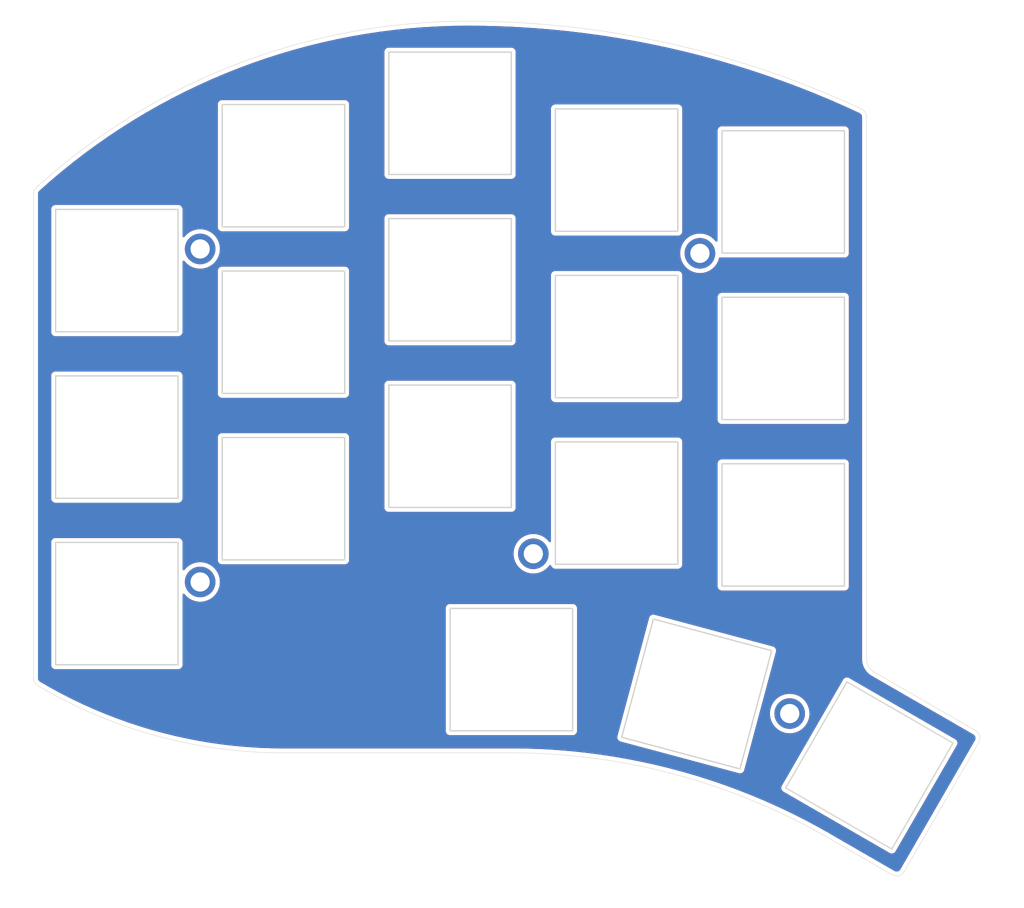
<source format=kicad_pcb>
(kicad_pcb (version 20211014) (generator pcbnew)
  (title_block (title "Howarya?") (date "2022-08-05") (rev "0.2.2") (company "jmnw"))
  (layers (0 "F.Cu" signal) (31 "B.Cu" signal) (34 "B.Paste" user) (35 "F.Paste" user) (36 "B.SilkS" user "B.Silkscreen") (37 "F.SilkS" user "F.Silkscreen") (38 "B.Mask" user) (39 "F.Mask" user) (44 "Edge.Cuts" user))
  (net 0 "")
  (footprint "jmnw:M2_hole_3.5mm_2mm" (layer "F.Cu") (at 138.456425 86.387913)
    (fp_text reference "H3" hide)
    (fp_text value "M2 Hole" hide)
    (pad "" thru_hole circle (at 0 0) (size 3.5 3.5) (drill 2.2) (layers *.Cu *.Mask))
  )
  (footprint "jmnw:MX_cutout" (layer "F.Cu") (at 109.881427 108.462911)
    (fp_text reference "SW13" hide)
    (fp_text value "MX" hide)
    (fp_line (start 7 7) (end 7 -7) (layer "Edge.Cuts") (width 0.15))
    (fp_line (start -7 7) (end 7 7) (layer "Edge.Cuts") (width 0.15))
    (fp_line (start -7 7) (end -7 -7) (layer "Edge.Cuts") (width 0.15))
    (fp_line (start -7 -7) (end 7 -7) (layer "Edge.Cuts") (width 0.15))
  )
  (footprint "jmnw:M2_hole_3.5mm_2mm" (layer "F.Cu") (at 81.306426 85.888414)
    (fp_text reference "H1" hide)
    (fp_text value "M2 Hole" hide)
    (pad "" thru_hole circle (at 0 0) (size 3.5 3.5) (drill 2.2) (layers *.Cu *.Mask))
  )
  (footprint "jmnw:MX_cutout" (layer "F.Cu") (at 157.83139 144.983304 -30)
    (fp_text reference "SW18" hide)
    (fp_text value "MX" hide)
    (fp_line (start -7 7) (end -7 -7) (layer "Edge.Cuts") (width 0.15))
    (fp_line (start 7 7) (end 7 -7) (layer "Edge.Cuts") (width 0.15))
    (fp_line (start -7 7) (end 7 7) (layer "Edge.Cuts") (width 0.15))
    (fp_line (start -7 -7) (end 7 -7) (layer "Edge.Cuts") (width 0.15))
  )
  (footprint "jmnw:MX_cutout" (layer "F.Cu") (at 128.931427 95.91291)
    (fp_text reference "SW9" hide)
    (fp_text value "MX" hide)
    (fp_line (start -7 7) (end -7 -7) (layer "Edge.Cuts") (width 0.15))
    (fp_line (start -7 7) (end 7 7) (layer "Edge.Cuts") (width 0.15))
    (fp_line (start -7 -7) (end 7 -7) (layer "Edge.Cuts") (width 0.15))
    (fp_line (start 7 7) (end 7 -7) (layer "Edge.Cuts") (width 0.15))
  )
  (footprint "jmnw:MX_cutout" (layer "F.Cu") (at 71.781426 126.463412)
    (fp_text reference "SW11" hide)
    (fp_text value "MX" hide)
    (fp_line (start 7 7) (end 7 -7) (layer "Edge.Cuts") (width 0.15))
    (fp_line (start -7 7) (end 7 7) (layer "Edge.Cuts") (width 0.15))
    (fp_line (start -7 7) (end -7 -7) (layer "Edge.Cuts") (width 0.15))
    (fp_line (start -7 -7) (end 7 -7) (layer "Edge.Cuts") (width 0.15))
  )
  (footprint "jmnw:MX_cutout" (layer "F.Cu") (at 147.981428 98.412915)
    (fp_text reference "SW10" hide)
    (fp_text value "MX" hide)
    (fp_line (start -7 -7) (end 7 -7) (layer "Edge.Cuts") (width 0.15))
    (fp_line (start -7 7) (end 7 7) (layer "Edge.Cuts") (width 0.15))
    (fp_line (start 7 7) (end 7 -7) (layer "Edge.Cuts") (width 0.15))
    (fp_line (start -7 7) (end -7 -7) (layer "Edge.Cuts") (width 0.15))
  )
  (footprint "jmnw:MX_cutout" (layer "F.Cu") (at 71.781428 107.413409)
    (fp_text reference "SW6" hide)
    (fp_text value "MX" hide)
    (fp_line (start 7 7) (end 7 -7) (layer "Edge.Cuts") (width 0.15))
    (fp_line (start -7 7) (end -7 -7) (layer "Edge.Cuts") (width 0.15))
    (fp_line (start -7 -7) (end 7 -7) (layer "Edge.Cuts") (width 0.15))
    (fp_line (start -7 7) (end 7 7) (layer "Edge.Cuts") (width 0.15))
  )
  (footprint "jmnw:MX_cutout" (layer "F.Cu") (at 90.831426 114.463416)
    (fp_text reference "SW12" hide)
    (fp_text value "MX" hide)
    (fp_line (start -7 7) (end -7 -7) (layer "Edge.Cuts") (width 0.15))
    (fp_line (start -7 7) (end 7 7) (layer "Edge.Cuts") (width 0.15))
    (fp_line (start -7 -7) (end 7 -7) (layer "Edge.Cuts") (width 0.15))
    (fp_line (start 7 7) (end 7 -7) (layer "Edge.Cuts") (width 0.15))
  )
  (footprint "jmnw:MX_cutout" (layer "F.Cu") (at 109.881419 70.362914)
    (fp_text reference "SW3" hide)
    (fp_text value "MX" hide)
    (fp_line (start -7 -7) (end 7 -7) (layer "Edge.Cuts") (width 0.15))
    (fp_line (start -7 7) (end 7 7) (layer "Edge.Cuts") (width 0.15))
    (fp_line (start -7 7) (end -7 -7) (layer "Edge.Cuts") (width 0.15))
    (fp_line (start 7 7) (end 7 -7) (layer "Edge.Cuts") (width 0.15))
  )
  (footprint "jmnw:MX_cutout" (layer "F.Cu") (at 147.981426 79.362913)
    (fp_text reference "SW5" hide)
    (fp_text value "MX" hide)
    (fp_line (start 7 7) (end 7 -7) (layer "Edge.Cuts") (width 0.15))
    (fp_line (start -7 -7) (end 7 -7) (layer "Edge.Cuts") (width 0.15))
    (fp_line (start -7 7) (end 7 7) (layer "Edge.Cuts") (width 0.15))
    (fp_line (start -7 7) (end -7 -7) (layer "Edge.Cuts") (width 0.15))
  )
  (footprint "jmnw:MX_cutout" (layer "F.Cu") (at 116.893553 134.013395)
    (fp_text reference "SW16" hide)
    (fp_text value "MX" hide)
    (fp_line (start -7 7) (end -7 -7) (layer "Edge.Cuts") (width 0.15))
    (fp_line (start -7 7) (end 7 7) (layer "Edge.Cuts") (width 0.15))
    (fp_line (start -7 -7) (end 7 -7) (layer "Edge.Cuts") (width 0.15))
    (fp_line (start 7 7) (end 7 -7) (layer "Edge.Cuts") (width 0.15))
  )
  (footprint "jmnw:MX_cutout" (layer "F.Cu") (at 71.781419 88.363415)
    (fp_text reference "SW1" hide)
    (fp_text value "MX" hide)
    (fp_line (start -7 7) (end 7 7) (layer "Edge.Cuts") (width 0.15))
    (fp_line (start -7 7) (end -7 -7) (layer "Edge.Cuts") (width 0.15))
    (fp_line (start 7 7) (end 7 -7) (layer "Edge.Cuts") (width 0.15))
    (fp_line (start -7 -7) (end 7 -7) (layer "Edge.Cuts") (width 0.15))
  )
  (footprint "jmnw:MX_cutout" (layer "F.Cu") (at 128.931423 114.962912)
    (fp_text reference "SW14" hide)
    (fp_text value "MX" hide)
    (fp_line (start -7 7) (end -7 -7) (layer "Edge.Cuts") (width 0.15))
    (fp_line (start -7 7) (end 7 7) (layer "Edge.Cuts") (width 0.15))
    (fp_line (start 7 7) (end 7 -7) (layer "Edge.Cuts") (width 0.15))
    (fp_line (start -7 -7) (end 7 -7) (layer "Edge.Cuts") (width 0.15))
  )
  (footprint "jmnw:MX_cutout" (layer "F.Cu") (at 90.831427 95.413412)
    (fp_text reference "SW7" hide)
    (fp_text value "MX" hide)
    (fp_line (start -7 7) (end 7 7) (layer "Edge.Cuts") (width 0.15))
    (fp_line (start -7 7) (end -7 -7) (layer "Edge.Cuts") (width 0.15))
    (fp_line (start 7 7) (end 7 -7) (layer "Edge.Cuts") (width 0.15))
    (fp_line (start -7 -7) (end 7 -7) (layer "Edge.Cuts") (width 0.15))
  )
  (footprint "jmnw:MX_cutout" (layer "F.Cu") (at 128.931428 76.862918)
    (fp_text reference "SW4" hide)
    (fp_text value "MX" hide)
    (fp_line (start -7 -7) (end 7 -7) (layer "Edge.Cuts") (width 0.15))
    (fp_line (start 7 7) (end 7 -7) (layer "Edge.Cuts") (width 0.15))
    (fp_line (start -7 7) (end 7 7) (layer "Edge.Cuts") (width 0.15))
    (fp_line (start -7 7) (end -7 -7) (layer "Edge.Cuts") (width 0.15))
  )
  (footprint "jmnw:M2_hole_3.5mm_2mm" (layer "F.Cu") (at 81.306422 123.988413)
    (fp_text reference "H2" hide)
    (fp_text value "M2 Hole" hide)
    (pad "" thru_hole circle (at 0 0) (size 3.5 3.5) (drill 2.2) (layers *.Cu *.Mask))
  )
  (footprint "jmnw:MX_cutout" (layer "F.Cu") (at 138.084467 136.803614 -15)
    (fp_text reference "SW17" hide)
    (fp_text value "MX" hide)
    (fp_line (start -7 -7) (end 7 -7) (layer "Edge.Cuts") (width 0.15))
    (fp_line (start 7 7) (end 7 -7) (layer "Edge.Cuts") (width 0.15))
    (fp_line (start -7 7) (end -7 -7) (layer "Edge.Cuts") (width 0.15))
    (fp_line (start -7 7) (end 7 7) (layer "Edge.Cuts") (width 0.15))
  )
  (footprint "jmnw:MX_cutout" (layer "F.Cu") (at 109.881423 89.412917)
    (fp_text reference "SW8" hide)
    (fp_text value "MX" hide)
    (fp_line (start -7 7) (end -7 -7) (layer "Edge.Cuts") (width 0.15))
    (fp_line (start -7 -7) (end 7 -7) (layer "Edge.Cuts") (width 0.15))
    (fp_line (start -7 7) (end 7 7) (layer "Edge.Cuts") (width 0.15))
    (fp_line (start 7 7) (end 7 -7) (layer "Edge.Cuts") (width 0.15))
  )
  (footprint "jmnw:M2_hole_3.5mm_2mm" (layer "F.Cu") (at 119.405921 120.762856)
    (fp_text reference "H4" hide)
    (fp_text value "M2 Hole" hide)
    (pad "" thru_hole circle (at 0 0) (size 3.5 3.5) (drill 2.2) (layers *.Cu *.Mask))
  )
  (footprint "jmnw:M2_hole_3.5mm_2mm" (layer "F.Cu") (at 148.723121 139.045671 -22.5)
    (fp_text reference "H4" hide)
    (fp_text value "M2 Hole" hide)
    (pad "" thru_hole circle (at 0 0 337.5) (size 3.5 3.5) (drill 2.2) (layers *.Cu *.Mask))
  )
  (footprint "jmnw:MX_cutout" (layer "F.Cu") (at 147.981429 117.462914)
    (fp_text reference "SW15" hide)
    (fp_text value "MX" hide)
    (fp_line (start -7 7) (end -7 -7) (layer "Edge.Cuts") (width 0.15))
    (fp_line (start -7 -7) (end 7 -7) (layer "Edge.Cuts") (width 0.15))
    (fp_line (start -7 7) (end 7 7) (layer "Edge.Cuts") (width 0.15))
    (fp_line (start 7 7) (end 7 -7) (layer "Edge.Cuts") (width 0.15))
  )
  (footprint "jmnw:MX_cutout" (layer "F.Cu") (at 90.831422 76.363417)
    (fp_text reference "SW2" hide)
    (fp_text value "MX" hide)
    (fp_line (start -7 7) (end 7 7) (layer "Edge.Cuts") (width 0.15))
    (fp_line (start -7 -7) (end 7 -7) (layer "Edge.Cuts") (width 0.15))
    (fp_line (start 7 7) (end 7 -7) (layer "Edge.Cuts") (width 0.15))
    (fp_line (start -7 7) (end -7 -7) (layer "Edge.Cuts") (width 0.15))
  )
  (gr_line (start 62.256824 79.588665) (end 62.256818 134.988564) (layer "Edge.Cuts") (width 0.05))
  (gr_arc (start 62.580624 78.852009) (mid 85.461023 64.755855) (end 111.881165 59.837491) (layer "Edge.Cuts") (width 0.05))
  (gr_arc (start 62.730219 135.83792) (mid 62.383161 135.474751) (end 62.256818 134.988564) (layer "Edge.Cuts") (width 0.05))
  (gr_arc (start 156.930622 69.882009) (mid 157.349906 70.251164) (end 157.50588 70.787584) (layer "Edge.Cuts") (width 0.05))
  (gr_line (start 116.893613 143.538569) (end 90.831732 143.53891) (layer "Edge.Cuts") (width 0.05))
  (gr_line (start 160.451841 157.493707) (end 153.069154 153.231306) (layer "Edge.Cuts") (width 0.05))
  (gr_arc (start 169.976844 140.99571) (mid 170.442776 141.602914) (end 170.34288 142.361735) (layer "Edge.Cuts") (width 0.05))
  (gr_arc (start 111.881165 59.837491) (mid 134.958986 62.37914) (end 156.930622 69.882009) (layer "Edge.Cuts") (width 0.05))
  (gr_arc (start 116.893613 143.538569) (mid 135.61939 146.003749) (end 153.069154 153.231306) (layer "Edge.Cuts") (width 0.05))
  (gr_arc (start 90.831732 143.53891) (mid 76.262934 141.57879) (end 62.730219 135.83792) (layer "Edge.Cuts") (width 0.05))
  (gr_arc (start 161.817872 157.127673) (mid 161.210665 157.593605) (end 160.451841 157.493707) (layer "Edge.Cuts") (width 0.05))
  (gr_line (start 169.976844 140.99571) (end 158.371881 134.295031) (layer "Edge.Cuts") (width 0.05))
  (gr_arc (start 62.256824 79.588665) (mid 62.341347 79.186326) (end 62.580624 78.852009) (layer "Edge.Cuts") (width 0.05))
  (gr_arc (start 158.371881 134.295031) (mid 157.737796 133.661165) (end 157.505595 132.795179) (layer "Edge.Cuts") (width 0.05))
  (gr_line (start 161.817872 157.127673) (end 170.34288 142.361735) (layer "Edge.Cuts") (width 0.05))
  (gr_line (start 157.50588 70.787584) (end 157.505595 132.795179) (layer "Edge.Cuts") (width 0.05))
  (zone (net 0) (net_name "") (layers F&B.Cu) (connect_pads (clearance 0.508)) (min_thickness 0.254) (fill yes (thermal_gap 0.508) (thermal_bridge_width 0.508))
    (polygon (pts (xy 175.514 161.29) (xy 58.42 161.29) (xy 58.42 57.404) (xy 175.514 57.404)))
  )
)
</source>
